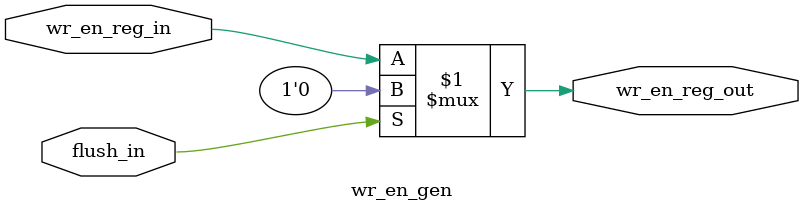
<source format=v>
module wr_en_gen (
    input wr_en_reg_in,
    input flush_in,
    output wr_en_reg_out
);


assign wr_en_reg_out = flush_in ?  1'b0 : wr_en_reg_in;

endmodule
</source>
